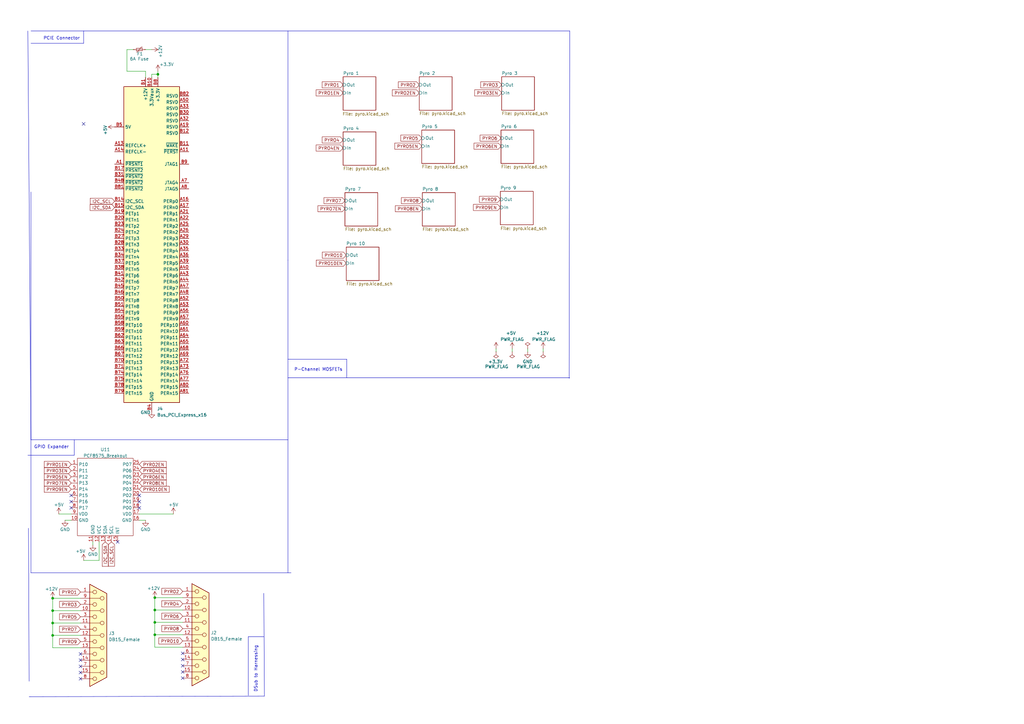
<source format=kicad_sch>
(kicad_sch (version 20230121) (generator eeschema)
  (paper "A3")
  (lib_symbols
    (symbol "Connector:Bus_PCI_Express_x16"
      (property "Reference" "J4" (at 2.1941 -67.31 0))
      (property "Value" "Bus_PCI_Express_x16" (at 2.1941 -69.85 0))
      (symbol "Bus_PCI_Express_x16_0_1"
        (rectangle (start -11.43 64.77) (end 11.43 -64.77) (stroke (width 0.254)) (fill (type background)))
      )
      (symbol "Bus_PCI_Express_x16_1_1"
        (pin passive line (at -15.24 33.02 0) (length 3.81) (name "~{PRSNT1}") (number "A1"))
        (pin passive line (at 2.54 68.58 270) (length 3.81) hide (name "+3.3V") (number "A10"))
        (pin input line (at 15.24 38.1 180) (length 3.81) (name "~{PERST}") (number "A11"))
        (pin passive line (at 0 -68.58 90) (length 3.81) hide (name "GND") (number "A12"))
        (pin input line (at -15.24 40.64 0) (length 3.81) (name "REFCLK+") (number "A13"))
        (pin input line (at -15.24 38.1 0) (length 3.81) (name "REFCLK-") (number "A14"))
        (pin passive line (at 0 -68.58 90) (length 3.81) hide (name "GND") (number "A15"))
        (pin output line (at 15.24 17.78 180) (length 3.81) (name "PERp0") (number "A16"))
        (pin output line (at 15.24 15.24 180) (length 3.81) (name "PERn0") (number "A17"))
        (pin passive line (at 0 -68.58 90) (length 3.81) hide (name "GND") (number "A18"))
        (pin passive line (at 15.24 48.26 180) (length 3.81) (name "RSVD") (number "A19"))
        (pin passive line (at -2.54 68.58 270) (length 3.81) hide (name "+12V") (number "A2"))
        (pin passive line (at 0 -68.58 90) (length 3.81) hide (name "GND") (number "A20"))
        (pin output line (at 15.24 12.7 180) (length 3.81) (name "PERp1") (number "A21"))
        (pin output line (at 15.24 10.16 180) (length 3.81) (name "PERn1") (number "A22"))
        (pin passive line (at 0 -68.58 90) (length 3.81) hide (name "GND") (number "A23"))
        (pin passive line (at 0 -68.58 90) (length 3.81) hide (name "GND") (number "A24"))
        (pin output line (at 15.24 7.62 180) (length 3.81) (name "PERp2") (number "A25"))
        (pin output line (at 15.24 5.08 180) (length 3.81) (name "PERn2") (number "A26"))
        (pin passive line (at 0 -68.58 90) (length 3.81) hide (name "GND") (number "A27"))
        (pin passive line (at 0 -68.58 90) (length 3.81) hide (name "GND") (number "A28"))
        (pin output line (at 15.24 2.54 180) (length 3.81) (name "PERp3") (number "A29"))
        (pin passive line (at -2.54 68.58 270) (length 3.81) hide (name "+12V") (number "A3"))
        (pin output line (at 15.24 0 180) (length 3.81) (name "PERn3") (number "A30"))
        (pin passive line (at 0 -68.58 90) (length 3.81) hide (name "GND") (number "A31"))
        (pin passive line (at 15.24 50.8 180) (length 3.81) (name "RSVD") (number "A32"))
        (pin passive line (at 15.24 55.88 180) (length 3.81) (name "RSVD") (number "A33"))
        (pin passive line (at 0 -68.58 90) (length 3.81) hide (name "GND") (number "A34"))
        (pin output line (at 15.24 -2.54 180) (length 3.81) (name "PERp4") (number "A35"))
        (pin output line (at 15.24 -5.08 180) (length 3.81) (name "PERn4") (number "A36"))
        (pin passive line (at 0 -68.58 90) (length 3.81) hide (name "GND") (number "A37"))
        (pin passive line (at 0 -68.58 90) (length 3.81) hide (name "GND") (number "A38"))
        (pin output line (at 15.24 -7.62 180) (length 3.81) (name "PERp5") (number "A39"))
        (pin passive line (at 0 -68.58 90) (length 3.81) hide (name "GND") (number "A4"))
        (pin output line (at 15.24 -10.16 180) (length 3.81) (name "PERn5") (number "A40"))
        (pin passive line (at 0 -68.58 90) (length 3.81) hide (name "GND") (number "A41"))
        (pin passive line (at 0 -68.58 90) (length 3.81) hide (name "GND") (number "A42"))
        (pin output line (at 15.24 -12.7 180) (length 3.81) (name "PERp6") (number "A43"))
        (pin output line (at 15.24 -15.24 180) (length 3.81) (name "PERn6") (number "A44"))
        (pin passive line (at 0 -68.58 90) (length 3.81) hide (name "GND") (number "A45"))
        (pin passive line (at 0 -68.58 90) (length 3.81) hide (name "GND") (number "A46"))
        (pin output line (at 15.24 -17.78 180) (length 3.81) (name "PERp7") (number "A47"))
        (pin output line (at 15.24 -20.32 180) (length 3.81) (name "PERn7") (number "A48"))
        (pin passive line (at 0 -68.58 90) (length 3.81) hide (name "GND") (number "A49"))
        (pin passive line (at -15.24 48.26 0) (length 3.81) hide (name "5V") (number "A5"))
        (pin passive line (at 15.24 58.42 180) (length 3.81) (name "RSVD") (number "A50"))
        (pin passive line (at 0 -68.58 90) (length 3.81) hide (name "GND") (number "A51"))
        (pin output line (at 15.24 -22.86 180) (length 3.81) (name "PERp8") (number "A52"))
        (pin output line (at 15.24 -25.4 180) (length 3.81) (name "PERn8") (number "A53"))
        (pin passive line (at 0 -68.58 90) (length 3.81) hide (name "GND") (number "A54"))
        (pin passive line (at 0 -68.58 90) (length 3.81) hide (name "GND") (number "A55"))
        (pin output line (at 15.24 -27.94 180) (length 3.81) (name "PERp9") (number "A56"))
        (pin output line (at 15.24 -30.48 180) (length 3.81) (name "PERn9") (number "A57"))
        (pin passive line (at 0 -68.58 90) (length 3.81) hide (name "GND") (number "A58"))
        (pin passive line (at 0 -68.58 90) (length 3.81) hide (name "GND") (number "A59"))
        (pin passive line (at -15.24 48.26 0) (length 3.81) hide (name "5V") (number "A6"))
        (pin output line (at 15.24 -33.02 180) (length 3.81) (name "PERp10") (number "A60"))
        (pin output line (at 15.24 -35.56 180) (length 3.81) (name "PERn10") (number "A61"))
        (pin passive line (at 0 -68.58 90) (length 3.81) hide (name "GND") (number "A62"))
        (pin passive line (at 0 -68.58 90) (length 3.81) hide (name "GND") (number "A63"))
        (pin output line (at 15.24 -38.1 180) (length 3.81) (name "PERp11") (number "A64"))
        (pin output line (at 15.24 -40.64 180) (length 3.81) (name "PERn11") (number "A65"))
        (pin passive line (at 0 -68.58 90) (length 3.81) hide (name "GND") (number "A66"))
        (pin passive line (at 0 -68.58 90) (length 3.81) hide (name "GND") (number "A67"))
        (pin output line (at 15.24 -43.18 180) (length 3.81) (name "PERp12") (number "A68"))
        (pin output line (at 15.24 -45.72 180) (length 3.81) (name "PERn12") (number "A69"))
        (pin output line (at 15.24 25.4 180) (length 3.81) (name "JTAG4") (number "A7"))
        (pin passive line (at 0 -68.58 90) (length 3.81) hide (name "GND") (number "A70"))
        (pin passive line (at 0 -68.58 90) (length 3.81) hide (name "GND") (number "A71"))
        (pin output line (at 15.24 -48.26 180) (length 3.81) (name "PERp13") (number "A72"))
        (pin output line (at 15.24 -50.8 180) (length 3.81) (name "PERn13") (number "A73"))
        (pin passive line (at 0 -68.58 90) (length 3.81) hide (name "GND") (number "A74"))
        (pin passive line (at 0 -68.58 90) (length 3.81) hide (name "GND") (number "A75"))
        (pin output line (at 15.24 -53.34 180) (length 3.81) (name "PERp14") (number "A76"))
        (pin output line (at 15.24 -55.88 180) (length 3.81) (name "PERn14") (number "A77"))
        (pin passive line (at 0 -68.58 90) (length 3.81) hide (name "GND") (number "A78"))
        (pin passive line (at 0 -68.58 90) (length 3.81) hide (name "GND") (number "A79"))
        (pin input line (at 15.24 22.86 180) (length 3.81) (name "JTAG5") (number "A8"))
        (pin output line (at 15.24 -58.42 180) (length 3.81) (name "PERp15") (number "A80"))
        (pin output line (at 15.24 -60.96 180) (length 3.81) (name "PERn15") (number "A81"))
        (pin passive line (at 0 -68.58 90) (length 3.81) hide (name "GND") (number "A82"))
        (pin passive line (at 2.54 68.58 270) (length 3.81) hide (name "+3.3V") (number "A9"))
        (pin power_in line (at -2.54 68.58 270) (length 3.81) (name "+12V") (number "B1"))
        (pin power_in line (at 0 68.58 270) (length 3.81) (name "3.3Vaux") (number "B10"))
        (pin open_collector line (at 15.24 40.64 180) (length 3.81) (name "~{WAKE}") (number "B11"))
        (pin passive line (at 15.24 45.72 180) (length 3.81) (name "RSVD") (number "B12"))
        (pin passive line (at 0 -68.58 90) (length 3.81) hide (name "GND") (number "B13"))
        (pin input line (at -15.24 17.78 0) (length 3.81) (name "I2C_SCL") (number "B14"))
        (pin input line (at -15.24 15.24 0) (length 3.81) (name "I2C_SDA") (number "B15"))
        (pin passive line (at 0 -68.58 90) (length 3.81) hide (name "GND") (number "B16"))
        (pin passive line (at -15.24 30.48 0) (length 3.81) (name "~{PRSNT2}") (number "B17"))
        (pin passive line (at 0 -68.58 90) (length 3.81) hide (name "GND") (number "B18"))
        (pin input line (at -15.24 12.7 0) (length 3.81) (name "PETp1") (number "B19"))
        (pin passive line (at -2.54 68.58 270) (length 3.81) hide (name "+12V") (number "B2"))
        (pin input line (at -15.24 10.16 0) (length 3.81) (name "PETn1") (number "B20"))
        (pin passive line (at 0 -68.58 90) (length 3.81) hide (name "GND") (number "B21"))
        (pin passive line (at 0 -68.58 90) (length 3.81) hide (name "GND") (number "B22"))
        (pin input line (at -15.24 7.62 0) (length 3.81) (name "PETp2") (number "B23"))
        (pin input line (at -15.24 5.08 0) (length 3.81) (name "PETn2") (number "B24"))
        (pin passive line (at 0 -68.58 90) (length 3.81) hide (name "GND") (number "B25"))
        (pin passive line (at 0 -68.58 90) (length 3.81) hide (name "GND") (number "B26"))
        (pin input line (at -15.24 2.54 0) (length 3.81) (name "PETp3") (number "B27"))
        (pin input line (at -15.24 0 0) (length 3.81) (name "PETn3") (number "B28"))
        (pin passive line (at 0 -68.58 90) (length 3.81) hide (name "GND") (number "B29"))
        (pin passive line (at -2.54 68.58 270) (length 3.81) hide (name "+12V") (number "B3"))
        (pin passive line (at 15.24 53.34 180) (length 3.81) (name "RSVD") (number "B30"))
        (pin passive line (at -15.24 27.94 0) (length 3.81) (name "~{PRSNT2}") (number "B31"))
        (pin passive line (at 0 -68.58 90) (length 3.81) hide (name "GND") (number "B32"))
        (pin input line (at -15.24 -2.54 0) (length 3.81) (name "PETp4") (number "B33"))
        (pin input line (at -15.24 -5.08 0) (length 3.81) (name "PETn4") (number "B34"))
        (pin passive line (at 0 -68.58 90) (length 3.81) hide (name "GND") (number "B35"))
        (pin passive line (at 0 -68.58 90) (length 3.81) hide (name "GND") (number "B36"))
        (pin input line (at -15.24 -7.62 0) (length 3.81) (name "PETp5") (number "B37"))
        (pin input line (at -15.24 -10.16 0) (length 3.81) (name "PETn5") (number "B38"))
        (pin passive line (at 0 -68.58 90) (length 3.81) hide (name "GND") (number "B39"))
        (pin power_in line (at 0 -68.58 90) (length 3.81) (name "GND") (number "B4"))
        (pin passive line (at 0 -68.58 90) (length 3.81) hide (name "GND") (number "B40"))
        (pin input line (at -15.24 -12.7 0) (length 3.81) (name "PETp6") (number "B41"))
        (pin input line (at -15.24 -15.24 0) (length 3.81) (name "PETn6") (number "B42"))
        (pin passive line (at 0 -68.58 90) (length 3.81) hide (name "GND") (number "B43"))
        (pin passive line (at 0 -68.58 90) (length 3.81) hide (name "GND") (number "B44"))
        (pin input line (at -15.24 -17.78 0) (length 3.81) (name "PETp7") (number "B45"))
        (pin input line (at -15.24 -20.32 0) (length 3.81) (name "PETn7") (number "B46"))
        (pin passive line (at 0 -68.58 90) (length 3.81) hide (name "GND") (number "B47"))
        (pin passive line (at -15.24 25.4 0) (length 3.81) (name "~{PRSNT2}") (number "B48"))
        (pin passive line (at 0 -68.58 90) (length 3.81) hide (name "GND") (number "B49"))
        (pin power_in line (at -15.24 48.26 0) (length 3.81) (name "5V") (number "B5"))
        (pin input line (at -15.24 -22.86 0) (length 3.81) (name "PETp8") (number "B50"))
        (pin input line (at -15.24 -25.4 0) (length 3.81) (name "PETn8") (number "B51"))
        (pin passive line (at 0 -68.58 90) (length 3.81) hide (name "GND") (number "B52"))
        (pin passive line (at 0 -68.58 90) (length 3.81) hide (name "GND") (number "B53"))
        (pin input line (at -15.24 -27.94 0) (length 3.81) (name "PETp9") (number "B54"))
        (pin input line (at -15.24 -30.48 0) (length 3.81) (name "PETn9") (number "B55"))
        (pin passive line (at 0 -68.58 90) (length 3.81) hide (name "GND") (number "B56"))
        (pin passive line (at 0 -68.58 90) (length 3.81) hide (name "GND") (number "B57"))
        (pin input line (at -15.24 -33.02 0) (length 3.81) (name "PETp10") (number "B58"))
        (pin input line (at -15.24 -35.56 0) (length 3.81) (name "PETn10") (number "B59"))
        (pin passive line (at -15.24 48.26 0) (length 3.81) hide (name "5V") (number "B6"))
        (pin passive line (at 0 -68.58 90) (length 3.81) hide (name "GND") (number "B60"))
        (pin passive line (at 0 -68.58 90) (length 3.81) hide (name "GND") (number "B61"))
        (pin input line (at -15.24 -38.1 0) (length 3.81) (name "PETp11") (number "B62"))
        (pin input line (at -15.24 -40.64 0) (length 3.81) (name "PETn11") (number "B63"))
        (pin passive line (at 0 -68.58 90) (length 3.81) hide (name "GND") (number "B64"))
        (pin passive line (at 0 -68.58 90) (length 3.81) hide (name "GND") (number "B65"))
        (pin input line (at -15.24 -43.18 0) (length 3.81) (name "PETp12") (number "B66"))
        (pin input line (at -15.24 -45.72 0) (length 3.81) (name "PETn12") (number "B67"))
        (pin passive line (at 0 -68.58 90) (length 3.81) hide (name "GND") (number "B68"))
        (pin passive line (at 0 -68.58 90) (length 3.81) hide (name "GND") (number "B69"))
        (pin passive line (at 0 -68.58 90) (length 3.81) hide (name "GND") (number "B7"))
        (pin input line (at -15.24 -48.26 0) (length 3.81) (name "PETp13") (number "B70"))
        (pin input line (at -15.24 -50.8 0) (length 3.81) (name "PETn13") (number "B71"))
        (pin passive line (at 0 -68.58 90) (length 3.81) hide (name "GND") (number "B72"))
        (pin passive line (at 0 -68.58 90) (length 3.81) hide (name "GND") (number "B73"))
        (pin input line (at -15.24 -53.34 0) (length 3.81) (name "PETp14") (number "B74"))
        (pin input line (at -15.24 -55.88 0) (length 3.81) (name "PETn14") (number "B75"))
        (pin passive line (at 0 -68.58 90) (length 3.81) hide (name "GND") (number "B76"))
        (pin passive line (at 0 -68.58 90) (length 3.81) hide (name "GND") (number "B77"))
        (pin input line (at -15.24 -58.42 0) (length 3.81) (name "PETp15") (number "B78"))
        (pin input line (at -15.24 -60.96 0) (length 3.81) (name "PETn15") (number "B79"))
        (pin power_in line (at 2.54 68.58 270) (length 3.81) (name "+3.3V") (number "B8"))
        (pin passive line (at 0 -68.58 90) (length 3.81) hide (name "GND") (number "B80"))
        (pin passive line (at -15.24 22.86 0) (length 3.81) (name "~{PRSNT2}") (number "B81"))
        (pin passive line (at 15.24 60.96 180) (length 3.81) (name "RSVD") (number "B82"))
        (pin input line (at 15.24 33.02 180) (length 3.81) (name "JTAG1") (number "B9"))
      )
    )
    (symbol "Connector:DB15_Female" (pin_names (offset 1.016) hide)
      (property "Reference" "J" (at 0.508 21.59 0))
      (property "Value" "DB15_Female" (at 0 -22.225 0))
      (symbol "DB15_Female_0_1"
        (circle (center -1.778 -17.78) (radius 0.762))
        (circle (center -1.778 -12.7) (radius 0.762))
        (circle (center -1.778 -7.62) (radius 0.762))
        (circle (center -1.778 -2.54) (radius 0.762))
        (circle (center -1.778 2.54) (radius 0.762))
        (circle (center -1.778 7.62) (radius 0.762))
        (circle (center -1.778 12.7) (radius 0.762))
        (circle (center -1.778 17.78) (radius 0.762))
        (polyline (pts (xy -3.81 -17.78) (xy -2.54 -17.78)))
        (polyline (pts (xy -3.81 -15.24) (xy 0.508 -15.24)))
        (polyline (pts (xy -3.81 -12.7) (xy -2.54 -12.7)))
        (polyline (pts (xy -3.81 -10.16) (xy 0.508 -10.16)))
        (polyline (pts (xy -3.81 -7.62) (xy -2.54 -7.62)))
        (polyline (pts (xy -3.81 -5.08) (xy 0.508 -5.08)))
        (polyline (pts (xy -3.81 -2.54) (xy -2.54 -2.54)))
        (polyline (pts (xy -3.81 0) (xy 0.508 0)))
        (polyline (pts (xy -3.81 2.54) (xy -2.54 2.54)))
        (polyline (pts (xy -3.81 5.08) (xy 0.508 5.08)))
        (polyline (pts (xy -3.81 7.62) (xy -2.54 7.62)))
        (polyline (pts (xy -3.81 10.16) (xy 0.508 10.16)))
        (polyline (pts (xy -3.81 12.7) (xy -2.54 12.7)))
        (polyline (pts (xy -3.81 15.24) (xy 0.508 15.24)))
        (polyline (pts (xy -3.81 17.78) (xy -2.54 17.78)))
        (polyline (pts (xy -3.81 20.955) (xy 3.175 17.145) (xy 3.175 -17.145) (xy -3.81 -20.955) (xy -3.81 20.955)) (stroke (width 0.254)) (fill (type background)))
        (circle (center 1.27 -15.24) (radius 0.762))
        (circle (center 1.27 -10.16) (radius 0.762))
        (circle (center 1.27 -5.08) (radius 0.762))
        (circle (center 1.27 0) (radius 0.762))
        (circle (center 1.27 5.08) (radius 0.762))
        (circle (center 1.27 10.16) (radius 0.762))
        (circle (center 1.27 15.24) (radius 0.762))
      )
      (symbol "DB15_Female_1_1"
        (pin passive line (at -7.62 17.78 0) (length 3.81) (name "1") (number "1"))
        (pin passive line (at -7.62 10.16 0) (length 3.81) (name "P10") (number "10"))
        (pin passive line (at -7.62 5.08 0) (length 3.81) (name "P111") (number "11"))
        (pin passive line (at -7.62 0 0) (length 3.81) (name "P12") (number "12"))
        (pin passive line (at -7.62 -5.08 0) (length 3.81) (name "P13") (number "13"))
        (pin passive line (at -7.62 -10.16 0) (length 3.81) (name "P14") (number "14"))
        (pin passive line (at -7.62 -15.24 0) (length 3.81) (name "P15") (number "15"))
        (pin passive line (at -7.62 12.7 0) (length 3.81) (name "2") (number "2"))
        (pin passive line (at -7.62 7.62 0) (length 3.81) (name "3") (number "3"))
        (pin passive line (at -7.62 2.54 0) (length 3.81) (name "4") (number "4"))
        (pin passive line (at -7.62 -2.54 0) (length 3.81) (name "5") (number "5"))
        (pin passive line (at -7.62 -7.62 0) (length 3.81) (name "6") (number "6"))
        (pin passive line (at -7.62 -12.7 0) (length 3.81) (name "7") (number "7"))
        (pin passive line (at -7.62 -17.78 0) (length 3.81) (name "8") (number "8"))
        (pin passive line (at -7.62 15.24 0) (length 3.81) (name "P9") (number "9"))
      )
    )
    (symbol "Device:Polyfuse_Small" (pin_numbers hide) (pin_names (offset 0))
      (property "Reference" "F" (at -1.905 0 90))
      (property "Value" "Polyfuse_Small" (at 1.905 0 90))
      (symbol "Polyfuse_Small_0_1"
        (rectangle (start -0.508 1.27) (end 0.508 -1.27))
        (polyline (pts (xy 0 2.54) (xy 0 -2.54)))
        (polyline (pts (xy -1.016 1.27) (xy -1.016 0.762) (xy 1.016 -0.762) (xy 1.016 -1.27)))
      )
      (symbol "Polyfuse_Small_1_1"
        (pin passive line (at 0 2.54 270) (length 0.635) (name "~") (number "1"))
        (pin passive line (at 0 -2.54 90) (length 0.635) (name "~") (number "2"))
      )
    )
    (symbol "PCF87575Breakout:PCF8575_Breakout"
      (property "Reference" "U" (at 0 19.05 0))
      (property "Value" "PCF8575_Breakout" (at 0 16.51 0))
      (symbol "PCF8575_Breakout_0_1"
        (rectangle (start -11.43 13.97) (end 11.43 -17.78))
      )
      (symbol "PCF8575_Breakout_1_1"
        (pin bidirectional line (at -13.97 11.43 0) (length 2.54) (name "P10") (number "1"))
        (pin power_in line (at -13.97 -11.43 0) (length 2.54) (name "GND") (number "10"))
        (pin power_in line (at -5.08 -20.32 90) (length 2.54) (name "GND") (number "11"))
        (pin power_in line (at -2.54 -20.32 90) (length 2.54) (name "VCC") (number "12"))
        (pin bidirectional line (at 0 -20.32 90) (length 2.54) (name "SDA") (number "13"))
        (pin input line (at 2.54 -20.32 90) (length 2.54) (name "SCL") (number "14"))
        (pin output line (at 5.08 -20.32 90) (length 2.54) (name "INT") (number "15"))
        (pin power_in line (at 13.97 -11.43 180) (length 2.54) (name "GND") (number "16"))
        (pin power_in line (at 13.97 -8.89 180) (length 2.54) (name "VDD") (number "17"))
        (pin bidirectional line (at 13.97 -6.35 180) (length 2.54) (name "P00") (number "18"))
        (pin bidirectional line (at 13.97 -3.81 180) (length 2.54) (name "P01") (number "19"))
        (pin bidirectional line (at -13.97 8.89 0) (length 2.54) (name "P11") (number "2"))
        (pin bidirectional line (at 13.97 -1.27 180) (length 2.54) (name "P02") (number "20"))
        (pin bidirectional line (at 13.97 1.27 180) (length 2.54) (name "P03") (number "21"))
        (pin bidirectional line (at 13.97 3.81 180) (length 2.54) (name "P04") (number "22"))
        (pin bidirectional line (at 13.97 6.35 180) (length 2.54) (name "P05") (number "23"))
        (pin bidirectional line (at 13.97 8.89 180) (length 2.54) (name "P06") (number "24"))
        (pin bidirectional line (at 13.97 11.43 180) (length 2.54) (name "P07") (number "25"))
        (pin bidirectional line (at -13.97 6.35 0) (length 2.54) (name "P12") (number "3"))
        (pin bidirectional line (at -13.97 3.81 0) (length 2.54) (name "P13") (number "4"))
        (pin bidirectional line (at -13.97 1.27 0) (length 2.54) (name "P14") (number "5"))
        (pin bidirectional line (at -13.97 -1.27 0) (length 2.54) (name "P15") (number "6"))
        (pin bidirectional line (at -13.97 -3.81 0) (length 2.54) (name "P16") (number "7"))
        (pin bidirectional line (at -13.97 -6.35 0) (length 2.54) (name "P17") (number "8"))
        (pin power_in line (at -13.97 -8.89 0) (length 2.54) (name "VDD") (number "9"))
      )
    )
    (symbol "power:+12V" (power) (pin_names (offset 0))
      (property "Value" "+12V" (at 0 3.556 0))
      (symbol "+12V_0_1"
        (polyline (pts (xy -0.762 1.27) (xy 0 2.54)))
        (polyline (pts (xy 0 0) (xy 0 2.54)))
        (polyline (pts (xy 0 2.54) (xy 0.762 1.27)))
      )
      (symbol "+12V_1_1"
        (pin power_in line (at 0 0 90) (length 0) hide (name "+12V") (number "1"))
      )
    )
    (symbol "power:+3.3V" (power) (pin_names (offset 0))
      (property "Value" "+3.3V" (at 0 3.556 0))
      (symbol "+3.3V_0_1"
        (polyline (pts (xy -0.762 1.27) (xy 0 2.54)))
        (polyline (pts (xy 0 0) (xy 0 2.54)))
        (polyline (pts (xy 0 2.54) (xy 0.762 1.27)))
      )
      (symbol "+3.3V_1_1"
        (pin power_in line (at 0 0 90) (length 0) hide (name "+3.3V") (number "1"))
      )
    )
    (symbol "power:+5V" (power) (pin_names (offset 0))
      (property "Value" "+5V" (at 0 3.556 0))
      (symbol "+5V_0_1"
        (polyline (pts (xy -0.762 1.27) (xy 0 2.54)))
        (polyline (pts (xy 0 0) (xy 0 2.54)))
        (polyline (pts (xy 0 2.54) (xy 0.762 1.27)))
      )
      (symbol "+5V_1_1"
        (pin power_in line (at 0 0 90) (length 0) hide (name "+5V") (number "1"))
      )
    )
    (symbol "power:GND" (power) (pin_names (offset 0))
      (property "Value" "GND" (at 0 -3.81 0))
      (symbol "GND_0_1"
        (polyline (pts (xy 0 0) (xy 0 -1.27) (xy 1.27 -1.27) (xy 0 -2.54) (xy -1.27 -1.27) (xy 0 -1.27)))
      )
      (symbol "GND_1_1"
        (pin power_in line (at 0 0 270) (length 0) hide (name "GND") (number "1"))
      )
    )
    (symbol "power:PWR_FLAG" (power) (pin_numbers hide) (pin_names (offset 0) hide)
      (property "Value" "PWR_FLAG" (at 0 3.81 0))
      (symbol "PWR_FLAG_0_0"
        (pin power_out line (at 0 0 90) (length 0) (name "pwr") (number "1"))
      )
      (symbol "PWR_FLAG_0_1"
        (polyline (pts (xy 0 0) (xy 0 1.27) (xy -1.016 1.905) (xy 0 2.54) (xy 1.016 1.905) (xy 0 1.27)))
      )
    )
  )
  (junction (at 63.5 245.11))
  (junction (at 21.59 245.364))
  (junction (at 63.5 250.19))
  (junction (at 21.59 255.524))
  (junction (at 63.5 255.27))
  (junction (at 64.77 30.48))
  (junction (at 21.59 260.604))
  (junction (at 63.5 260.35))
  (junction (at 21.59 250.444))
  (no_connect (at 74.93 275.59))
  (no_connect (at 74.93 270.51))
  (no_connect (at 29.21 208.28))
  (no_connect (at 74.93 267.97))
  (no_connect (at 29.21 205.74))
  (no_connect (at 48.26 222.25))
  (no_connect (at 74.93 273.05))
  (no_connect (at 33.02 273.304))
  (no_connect (at 57.15 205.74))
  (no_connect (at 74.93 278.13))
  (no_connect (at 33.02 275.844))
  (no_connect (at 33.02 278.384))
  (no_connect (at 57.15 203.2))
  (no_connect (at 33.02 270.764))
  (no_connect (at 33.02 268.224))
  (no_connect (at 57.15 208.28))
  (no_connect (at 34.29 50.8))
  (no_connect (at 29.21 203.2))
  (wire (pts (xy 33.02 245.364) (xy 21.59 245.364)))
  (polyline (pts (xy 12.7 78.74) (xy 12.7 234.95)))
  (polyline (pts (xy 233.68 12.7) (xy 233.426 155.194)))
  (wire (pts (xy 63.5 250.19) (xy 74.93 250.19)))
  (wire (pts (xy 222.758 143.002) (xy 222.758 144.272)))
  (wire (pts (xy 59.69 20.32) (xy 62.23 20.32)))
  (wire (pts (xy 24.13 210.82) (xy 29.21 210.82)))
  (wire (pts (xy 38.1 222.25) (xy 38.1 223.52)))
  (wire (pts (xy 21.59 250.444) (xy 21.59 255.524)))
  (wire (pts (xy 63.5 260.35) (xy 63.5 265.43)))
  (polyline (pts (xy 11.43 12.7) (xy 12.7 180.34)))
  (wire (pts (xy 216.408 143.002) (xy 216.408 144.272)))
  (wire (pts (xy 21.59 245.364) (xy 21.59 250.444)))
  (wire (pts (xy 62.23 30.48) (xy 64.77 30.48)))
  (polyline (pts (xy 11.684 216.662) (xy 11.938 279.4)))
  (wire (pts (xy 210.058 144.272) (xy 210.058 143.002)))
  (polyline (pts (xy 11.43 186.69) (xy 30.48 186.69)))
  (wire (pts (xy 21.59 250.444) (xy 33.02 250.444)))
  (polyline (pts (xy 142.24 147.32) (xy 142.24 154.94)))
  (wire (pts (xy 57.15 213.36) (xy 59.69 213.36)))
  (polyline (pts (xy 12.7 234.95) (xy 119.38 234.95)))
  (polyline (pts (xy 101.854 261.112) (xy 108.204 261.112)))
  (polyline (pts (xy 101.854 285.242) (xy 101.854 261.112)))
  (wire (pts (xy 74.93 245.11) (xy 63.5 245.11)))
  (wire (pts (xy 63.5 255.27) (xy 63.5 260.35)))
  (wire (pts (xy 21.59 255.524) (xy 33.02 255.524)))
  (wire (pts (xy 63.5 255.27) (xy 74.93 255.27)))
  (wire (pts (xy 26.67 213.36) (xy 29.21 213.36)))
  (wire (pts (xy 40.64 229.87) (xy 34.29 229.87)))
  (polyline (pts (xy 12.7 180.34) (xy 118.11 180.34)))
  (wire (pts (xy 21.59 265.684) (xy 33.02 265.684)))
  (wire (pts (xy 21.59 260.604) (xy 21.59 265.684)))
  (wire (pts (xy 63.5 250.19) (xy 63.5 255.27)))
  (wire (pts (xy 203.454 144.272) (xy 203.454 143.002)))
  (polyline (pts (xy 118.11 12.7) (xy 118.11 106.68)))
  (wire (pts (xy 63.5 265.43) (xy 74.93 265.43)))
  (polyline (pts (xy 118.11 106.68) (xy 118.11 234.95)))
  (wire (pts (xy 52.07 20.32) (xy 54.61 20.32)))
  (polyline (pts (xy 108.458 285.496) (xy 108.204 243.332)))
  (wire (pts (xy 64.77 29.21) (xy 64.77 30.48)))
  (polyline (pts (xy 11.938 285.75) (xy 108.458 285.496)))
  (polyline (pts (xy 118.11 154.94) (xy 233.68 154.94)))
  (polyline (pts (xy 12.7 17.78) (xy 34.29 17.78)))
  (polyline (pts (xy 12.7 12.7) (xy 233.68 12.7)))
  (wire (pts (xy 63.5 245.11) (xy 63.5 250.19)))
  (wire (pts (xy 52.07 29.21) (xy 59.69 29.21)))
  (wire (pts (xy 57.15 210.82) (xy 71.12 210.82)))
  (polyline (pts (xy 118.11 147.32) (xy 142.24 147.32)))
  (wire (pts (xy 63.5 260.35) (xy 74.93 260.35)))
  (wire (pts (xy 52.07 20.32) (xy 52.07 29.21)))
  (wire (pts (xy 59.69 29.21) (xy 59.69 31.75)))
  (wire (pts (xy 62.23 30.48) (xy 62.23 31.75)))
  (wire (pts (xy 64.77 30.48) (xy 64.77 31.75)))
  (polyline (pts (xy 30.48 186.69) (xy 30.48 180.34)))
  (wire (pts (xy 21.59 260.604) (xy 33.02 260.604)))
  (polyline (pts (xy 34.29 17.78) (xy 34.29 12.7)))
  (wire (pts (xy 21.59 255.524) (xy 21.59 260.604)))
  (wire (pts (xy 40.64 222.25) (xy 40.64 229.87)))
  (text "GPIO Expander" (at 13.97 184.15 0) (effects (font (size 1.27 1.27)) (justify left bottom)))
  (text "P-Channel MOSFETs" (at 120.65 152.4 0) (effects (font (size 1.27 1.27)) (justify left bottom)))
  (text "DSub to Harnessing" (at 105.664 283.972 90) (effects (font (size 1.27 1.27)) (justify left bottom)))
  (text "PCIE Connector" (at 17.78 16.51 0) (effects (font (size 1.27 1.27)) (justify left bottom)))
  (global_label "PYRO7" (shape input) (at 33.02 258.064 180) (property "Intersheetrefs" "${INTERSHEET_REFS}" (effects hide)))
  (global_label "PYRO8EN" (shape input) (at 57.15 198.12 0) (property "Intersheetrefs" "${INTERSHEET_REFS}" (effects hide)))
  (global_label "PYRO3" (shape input) (at 33.02 247.904 180) (property "Intersheetrefs" "${INTERSHEET_REFS}" (effects hide)))
  (global_label "PYRO6EN" (shape input) (at 57.15 195.58 0) (property "Intersheetrefs" "${INTERSHEET_REFS}" (effects hide)))
  (global_label "I2C_SDA" (shape input) (at 43.18 222.25 270) (property "Intersheetrefs" "${INTERSHEET_REFS}" (effects hide)))
  (global_label "PYRO2EN" (shape input) (at 57.15 190.5 0) (property "Intersheetrefs" "${INTERSHEET_REFS}" (effects hide)))
  (global_label "I2C_SCL" (shape input) (at 45.72 222.25 270) (property "Intersheetrefs" "${INTERSHEET_REFS}" (effects hide)))
  (global_label "PYRO10EN" (shape input) (at 141.986 107.95 180) (property "Intersheetrefs" "${INTERSHEET_REFS}" (effects hide)))
  (global_label "PYRO4EN" (shape input) (at 57.15 193.04 0) (property "Intersheetrefs" "${INTERSHEET_REFS}" (effects hide)))
  (global_label "PYRO5" (shape input) (at 172.974 56.642 180) (property "Intersheetrefs" "${INTERSHEET_REFS}" (effects hide)))
  (global_label "PYRO4EN" (shape input) (at 140.716 60.706 180) (property "Intersheetrefs" "${INTERSHEET_REFS}" (effects hide)))
  (global_label "PYRO1" (shape input) (at 140.716 34.798 180) (property "Intersheetrefs" "${INTERSHEET_REFS}" (effects hide)))
  (global_label "PYRO8" (shape input) (at 74.93 257.81 180) (property "Intersheetrefs" "${INTERSHEET_REFS}" (effects hide)))
  (global_label "PYRO7" (shape input) (at 141.478 82.296 180) (property "Intersheetrefs" "${INTERSHEET_REFS}" (effects hide)))
  (global_label "I2C_SDA" (shape input) (at 46.99 85.09 180) (property "Intersheetrefs" "${INTERSHEET_REFS}" (effects hide)))
  (global_label "PYRO8EN" (shape input) (at 173.228 85.598 180) (property "Intersheetrefs" "${INTERSHEET_REFS}" (effects hide)))
  (global_label "PYRO9EN" (shape input) (at 205.232 85.09 180) (property "Intersheetrefs" "${INTERSHEET_REFS}" (effects hide)))
  (global_label "PYRO9" (shape input) (at 205.232 81.788 180) (property "Intersheetrefs" "${INTERSHEET_REFS}" (effects hide)))
  (global_label "PYRO2" (shape input) (at 74.93 242.57 180) (property "Intersheetrefs" "${INTERSHEET_REFS}" (effects hide)))
  (global_label "PYRO1EN" (shape input) (at 140.716 38.1 180) (property "Intersheetrefs" "${INTERSHEET_REFS}" (effects hide)))
  (global_label "PYRO4" (shape input) (at 140.716 57.404 180) (property "Intersheetrefs" "${INTERSHEET_REFS}" (effects hide)))
  (global_label "PYRO10" (shape input) (at 141.986 104.648 180) (property "Intersheetrefs" "${INTERSHEET_REFS}" (effects hide)))
  (global_label "PYRO9EN" (shape input) (at 29.21 200.66 180) (property "Intersheetrefs" "${INTERSHEET_REFS}" (effects hide)))
  (global_label "PYRO5EN" (shape input) (at 29.21 195.58 180) (property "Intersheetrefs" "${INTERSHEET_REFS}" (effects hide)))
  (global_label "PYRO10" (shape input) (at 74.93 262.89 180) (property "Intersheetrefs" "${INTERSHEET_REFS}" (effects hide)))
  (global_label "I2C_SCL" (shape input) (at 46.99 82.55 180) (property "Intersheetrefs" "${INTERSHEET_REFS}" (effects hide)))
  (global_label "PYRO3EN" (shape input) (at 29.21 193.04 180) (property "Intersheetrefs" "${INTERSHEET_REFS}" (effects hide)))
  (global_label "PYRO3" (shape input) (at 205.74 34.798 180) (property "Intersheetrefs" "${INTERSHEET_REFS}" (effects hide)))
  (global_label "PYRO6EN" (shape input) (at 205.486 59.944 180) (property "Intersheetrefs" "${INTERSHEET_REFS}" (effects hide)))
  (global_label "PYRO1EN" (shape input) (at 29.21 190.5 180) (property "Intersheetrefs" "${INTERSHEET_REFS}" (effects hide)))
  (global_label "PYRO9" (shape input) (at 33.02 263.144 180) (property "Intersheetrefs" "${INTERSHEET_REFS}" (effects hide)))
  (global_label "PYRO8" (shape input) (at 173.228 82.296 180) (property "Intersheetrefs" "${INTERSHEET_REFS}" (effects hide)))
  (global_label "PYRO6" (shape input) (at 205.486 56.642 180) (property "Intersheetrefs" "${INTERSHEET_REFS}" (effects hide)))
  (global_label "PYRO3EN" (shape input) (at 205.74 38.1 180) (property "Intersheetrefs" "${INTERSHEET_REFS}" (effects hide)))
  (global_label "PYRO7EN" (shape input) (at 141.478 85.598 180) (property "Intersheetrefs" "${INTERSHEET_REFS}" (effects hide)))
  (global_label "PYRO10EN" (shape input) (at 57.15 200.66 0) (property "Intersheetrefs" "${INTERSHEET_REFS}" (effects hide)))
  (global_label "PYRO5EN" (shape input) (at 172.974 59.944 180) (property "Intersheetrefs" "${INTERSHEET_REFS}" (effects hide)))
  (global_label "PYRO2EN" (shape input) (at 171.958 38.1 180) (property "Intersheetrefs" "${INTERSHEET_REFS}" (effects hide)))
  (global_label "PYRO1" (shape input) (at 33.02 242.824 180) (property "Intersheetrefs" "${INTERSHEET_REFS}" (effects hide)))
  (global_label "PYRO6" (shape input) (at 74.93 252.73 180) (property "Intersheetrefs" "${INTERSHEET_REFS}" (effects hide)))
  (global_label "PYRO7EN" (shape input) (at 29.21 198.12 180) (property "Intersheetrefs" "${INTERSHEET_REFS}" (effects hide)))
  (global_label "PYRO5" (shape input) (at 33.02 252.984 180) (property "Intersheetrefs" "${INTERSHEET_REFS}" (effects hide)))
  (global_label "PYRO4" (shape input) (at 74.93 247.65 180) (property "Intersheetrefs" "${INTERSHEET_REFS}" (effects hide)))
  (global_label "PYRO2" (shape input) (at 171.958 34.798 180) (property "Intersheetrefs" "${INTERSHEET_REFS}" (effects hide)))
  (symbol (lib_id "power:PWR_FLAG") (at 222.758 144.272 180) (unit 1)
    (property "Reference" "#FLG0101" (effects hide))
    (property "Value" "PWR_FLAG" (at 223.012 139.192 0))
  )
  (symbol (lib_id "power:PWR_FLAG") (at 203.454 144.272 180) (unit 1)
    (property "Reference" "#FLG01" (effects hide))
    (property "Value" "PWR_FLAG" (at 203.708 150.368 0))
  )
  (symbol (lib_id "power:+12V") (at 21.59 245.364 0) (unit 1)
    (property "Reference" "#PWR044" (effects hide))
    (property "Value" "+12V" (at 21.082 241.554 0))
  )
  (symbol (lib_id "Connector:DB15_Female") (at 40.64 260.604 0) (unit 1)
    (property "Reference" "J3" (at 44.577 259.7693 0) (effects (justify left)))
    (property "Value" "DB15_Female" (at 44.577 262.3062 0) (effects (justify left)))
    (property "Footprint" "Connector_Dsub:DSUB-15_Female_Horizontal_P2.77x2.84mm_EdgePinOffset7.70mm_Housed_MountingHolesOffset9.12mm" (effects hide))
    (property "Datasheet" " ~" (effects hide))
  )
  (symbol (lib_id "power:+3.3V") (at 203.454 143.002 0) (unit 1)
    (property "Reference" "#PWR01" (effects hide))
    (property "Value" "+3.3V" (at 203.2 148.336 0))
  )
  (symbol (lib_id "Connector:DB15_Female") (at 82.55 260.35 0) (unit 1)
    (property "Reference" "J2" (at 86.487 259.5153 0) (effects (justify left)))
    (property "Value" "DB15_Female" (at 86.487 262.0522 0) (effects (justify left)))
    (property "Footprint" "Connector_Dsub:DSUB-15_Female_Horizontal_P2.77x2.84mm_EdgePinOffset7.70mm_Housed_MountingHolesOffset9.12mm" (effects hide))
    (property "Datasheet" " ~" (effects hide))
  )
  (symbol (lib_id "power:GND") (at 38.1 223.52 0) (unit 1)
    (property "Reference" "#PWR011" (effects hide))
    (property "Value" "GND" (at 38.1 227.33 0))
  )
  (symbol (lib_id "power:GND") (at 62.23 168.91 0) (unit 1)
    (property "Reference" "#PWR014" (effects hide))
    (property "Value" "GND" (at 59.69 169.164 0))
  )
  (symbol (lib_id "power:+5V") (at 34.29 229.87 0) (unit 1)
    (property "Reference" "#PWR06" (effects hide))
    (property "Value" "+5V" (at 33.02 226.06 0))
  )
  (symbol (lib_id "power:+5V") (at 24.13 210.82 0) (unit 1)
    (property "Reference" "#PWR07" (effects hide))
    (property "Value" "+5V" (at 24.13 207.01 0))
  )
  (symbol (lib_id "power:PWR_FLAG") (at 216.408 143.002 0) (unit 1)
    (property "Reference" "#FLG03" (effects hide))
    (property "Value" "PWR_FLAG" (at 216.662 150.368 0))
  )
  (symbol (lib_id "power:+5V") (at 210.058 143.002 0) (unit 1)
    (property "Reference" "#PWR04" (effects hide))
    (property "Value" "+5V" (at 209.55 136.652 0))
  )
  (symbol (lib_id "power:+5V") (at 46.99 52.07 90) (unit 1)
    (property "Reference" "#PWR046" (effects hide))
    (property "Value" "+5V" (at 43.18 53.34 0))
  )
  (symbol (lib_id "power:GND") (at 26.67 213.36 0) (unit 1)
    (property "Reference" "#PWR05" (effects hide))
    (property "Value" "GND" (at 26.67 217.17 0))
  )
  (symbol (lib_id "power:PWR_FLAG") (at 210.058 144.272 180) (unit 1)
    (property "Reference" "#FLG02" (effects hide))
    (property "Value" "PWR_FLAG" (at 210.058 139.192 0))
  )
  (symbol (lib_id "Connector:Bus_PCI_Express_x16") (at 62.23 100.33 0) (unit 1)
    (property "Reference" "J4" (at 64.4241 167.64 0) (effects (justify left)))
    (property "Value" "Bus_PCI_Express_x16" (at 64.4241 170.18 0) (effects (justify left)))
    (property "Footprint" "Connector_PCBEdge:BUS_PCIexpress_x16" (effects hide))
    (property "Datasheet" "http://www.ritrontek.com/uploadfile/2016/1026/20161026105231124.pdf#page=63" (effects hide))
  )
  (symbol (lib_id "power:+3.3V") (at 64.77 29.21 0) (unit 1)
    (property "Reference" "#PWR02" (effects hide))
    (property "Value" "+3.3V" (at 68.326 26.416 0))
  )
  (symbol (lib_id "power:+12V") (at 62.23 20.32 270) (unit 1)
    (property "Reference" "#PWR067" (effects hide))
    (property "Value" "+12V" (at 65.786 21.082 0))
  )
  (symbol (lib_id "power:GND") (at 216.408 144.272 0) (unit 1)
    (property "Reference" "#PWR09" (effects hide))
    (property "Value" "GND" (at 216.408 148.336 0))
  )
  (symbol (lib_id "power:+12V") (at 63.5 245.11 0) (unit 1)
    (property "Reference" "#PWR045" (effects hide))
    (property "Value" "+12V" (at 62.992 241.3 0))
  )
  (symbol (lib_id "power:+5V") (at 71.12 210.82 0) (unit 1)
    (property "Reference" "#PWR08" (effects hide))
    (property "Value" "+5V" (at 71.12 207.01 0))
  )
  (symbol (lib_id "power:GND") (at 59.69 213.36 0) (unit 1)
    (property "Reference" "#PWR012" (effects hide))
    (property "Value" "GND" (at 59.69 217.17 0))
  )
  (symbol (lib_id "Device:Polyfuse_Small") (at 57.15 20.32 90) (unit 1)
    (property "Reference" "F1" (at 57.404 22.098 90))
    (property "Value" "6A Fuse" (at 57.15 24.13 90))
    (property "Footprint" "Fuse:Fuse_2920_7451Metric" (effects hide))
  )
  (symbol (lib_id "power:+12V") (at 222.758 143.002 0) (unit 1)
    (property "Reference" "#PWR0101" (effects hide))
    (property "Value" "+12V" (at 222.504 136.652 0))
  )
  (symbol (lib_id "PCF87575Breakout:PCF8575_Breakout") (at 43.18 201.93 0) (unit 1)
    (property "Reference" "U11" (at 43.18 184.3872 0))
    (property "Value" "PCF8575_Breakout" (at 43.18 186.9241 0))
    (property "Footprint" "PCF8575_Breakout:PCF8575_Breakout" (effects hide))
  )
  (sheet (at 141.986 101.346) (size 13.462 13.716) (stroke (width 0.1524))
    (property "Sheetname" "Pyro 10" (at 141.986 100.6344 0) (effects (justify left bottom)))
    (property "Sheetfile" "pyro.kicad_sch" (at 141.986 115.6466 0) (effects (justify left top)))
    (pin "Out" input (at 141.986 104.648 180))
    (pin "In" input (at 141.986 107.95 180))
  )
  (sheet (at 205.232 78.486) (size 13.462 13.716) (stroke (width 0.1524))
    (property "Sheetname" "Pyro 9" (at 205.232 77.7744 0) (effects (justify left bottom)))
    (property "Sheetfile" "pyro.kicad_sch" (at 205.232 92.964 0) (effects (justify left top)))
    (pin "Out" input (at 205.232 81.788 180))
    (pin "In" input (at 205.232 85.09 180))
  )
  (sheet (at 140.716 54.102) (size 13.462 13.716) (stroke (width 0.1524))
    (property "Sheetname" "Pyro 4" (at 140.716 53.3904 0) (effects (justify left bottom)))
    (property "Sheetfile" "pyro.kicad_sch" (at 140.716 68.4026 0) (effects (justify left top)))
    (pin "Out" input (at 140.716 57.404 180))
    (pin "In" input (at 140.716 60.706 180))
  )
  (sheet (at 140.716 31.496) (size 13.462 13.716) (stroke (width 0.1524))
    (property "Sheetname" "Pyro 1" (at 140.716 30.7844 0) (effects (justify left bottom)))
    (property "Sheetfile" "pyro.kicad_sch" (at 140.462 45.974 0) (effects (justify left top)))
    (pin "Out" input (at 140.716 34.798 180))
    (pin "In" input (at 140.716 38.1 180))
  )
  (sheet (at 205.74 31.496) (size 13.462 13.716) (stroke (width 0.1524))
    (property "Sheetname" "Pyro 3" (at 205.74 30.7844 0) (effects (justify left bottom)))
    (property "Sheetfile" "pyro.kicad_sch" (at 205.74 45.7966 0) (effects (justify left top)))
    (pin "Out" input (at 205.74 34.798 180))
    (pin "In" input (at 205.74 38.1 180))
  )
  (sheet (at 171.958 31.496) (size 13.462 13.716) (stroke (width 0.1524))
    (property "Sheetname" "Pyro 2" (at 171.958 30.7844 0) (effects (justify left bottom)))
    (property "Sheetfile" "pyro.kicad_sch" (at 171.958 45.7966 0) (effects (justify left top)))
    (pin "Out" input (at 171.958 34.798 180))
    (pin "In" input (at 171.958 38.1 180))
  )
  (sheet (at 205.486 53.34) (size 13.462 13.716) (stroke (width 0.1524))
    (property "Sheetname" "Pyro 6" (at 205.486 52.6284 0) (effects (justify left bottom)))
    (property "Sheetfile" "pyro.kicad_sch" (at 205.486 67.6406 0) (effects (justify left top)))
    (pin "Out" input (at 205.486 56.642 180))
    (pin "In" input (at 205.486 59.944 180))
  )
  (sheet (at 172.974 53.34) (size 13.462 13.716) (stroke (width 0.1524))
    (property "Sheetname" "Pyro 5" (at 172.974 52.6284 0) (effects (justify left bottom)))
    (property "Sheetfile" "pyro.kicad_sch" (at 172.974 67.6406 0) (effects (justify left top)))
    (pin "Out" input (at 172.974 56.642 180))
    (pin "In" input (at 172.974 59.944 180))
  )
  (sheet (at 141.478 78.994) (size 13.462 13.716) (stroke (width 0.1524))
    (property "Sheetname" "Pyro 7" (at 141.478 78.2824 0) (effects (justify left bottom)))
    (property "Sheetfile" "pyro.kicad_sch" (at 141.478 93.2946 0) (effects (justify left top)))
    (pin "Out" input (at 141.478 82.296 180))
    (pin "In" input (at 141.478 85.598 180))
  )
  (sheet (at 173.228 78.994) (size 13.462 13.716) (stroke (width 0.1524))
    (property "Sheetname" "Pyro 8" (at 173.228 78.2824 0) (effects (justify left bottom)))
    (property "Sheetfile" "pyro.kicad_sch" (at 173.228 93.2946 0) (effects (justify left top)))
    (pin "Out" input (at 173.228 82.296 180))
    (pin "In" input (at 173.228 85.598 180))
  )
)
</source>
